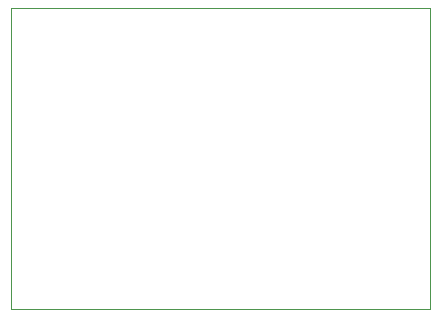
<source format=gbr>
%TF.GenerationSoftware,KiCad,Pcbnew,9.0.2*%
%TF.CreationDate,2025-07-25T11:16:10+05:30*%
%TF.ProjectId,IR,49522e6b-6963-4616-945f-706362585858,rev?*%
%TF.SameCoordinates,Original*%
%TF.FileFunction,Profile,NP*%
%FSLAX46Y46*%
G04 Gerber Fmt 4.6, Leading zero omitted, Abs format (unit mm)*
G04 Created by KiCad (PCBNEW 9.0.2) date 2025-07-25 11:16:10*
%MOMM*%
%LPD*%
G01*
G04 APERTURE LIST*
%TA.AperFunction,Profile*%
%ADD10C,0.050000*%
%TD*%
G04 APERTURE END LIST*
D10*
X85500000Y-77000000D02*
X121000000Y-77000000D01*
X121000000Y-102500000D01*
X85500000Y-102500000D01*
X85500000Y-77000000D01*
M02*

</source>
